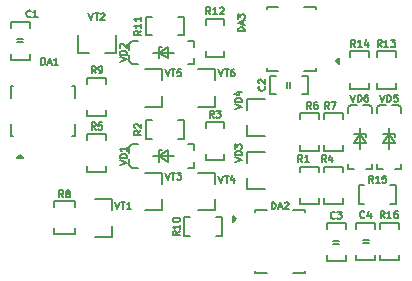
<source format=gbr>
%TF.GenerationSoftware,KiCad,Pcbnew,(6.0.7)*%
%TF.CreationDate,2023-04-11T10:27:19+03:00*%
%TF.ProjectId,ITR-3,4954522d-332e-46b6-9963-61645f706362,rev?*%
%TF.SameCoordinates,Original*%
%TF.FileFunction,Legend,Top*%
%TF.FilePolarity,Positive*%
%FSLAX46Y46*%
G04 Gerber Fmt 4.6, Leading zero omitted, Abs format (unit mm)*
G04 Created by KiCad (PCBNEW (6.0.7)) date 2023-04-11 10:27:19*
%MOMM*%
%LPD*%
G01*
G04 APERTURE LIST*
%ADD10C,0.150000*%
G04 APERTURE END LIST*
D10*
%TO.C,VD4*%
X71921428Y-84535714D02*
X72521428Y-84335714D01*
X71921428Y-84135714D01*
X72521428Y-83935714D02*
X71921428Y-83935714D01*
X71921428Y-83792857D01*
X71950000Y-83707142D01*
X72007142Y-83650000D01*
X72064285Y-83621428D01*
X72178571Y-83592857D01*
X72264285Y-83592857D01*
X72378571Y-83621428D01*
X72435714Y-83650000D01*
X72492857Y-83707142D01*
X72521428Y-83792857D01*
X72521428Y-83935714D01*
X72121428Y-83078571D02*
X72521428Y-83078571D01*
X71892857Y-83221428D02*
X72321428Y-83364285D01*
X72321428Y-82992857D01*
%TO.C,VD3*%
X71921428Y-89035714D02*
X72521428Y-88835714D01*
X71921428Y-88635714D01*
X72521428Y-88435714D02*
X71921428Y-88435714D01*
X71921428Y-88292857D01*
X71950000Y-88207142D01*
X72007142Y-88150000D01*
X72064285Y-88121428D01*
X72178571Y-88092857D01*
X72264285Y-88092857D01*
X72378571Y-88121428D01*
X72435714Y-88150000D01*
X72492857Y-88207142D01*
X72521428Y-88292857D01*
X72521428Y-88435714D01*
X71921428Y-87892857D02*
X71921428Y-87521428D01*
X72150000Y-87721428D01*
X72150000Y-87635714D01*
X72178571Y-87578571D01*
X72207142Y-87550000D01*
X72264285Y-87521428D01*
X72407142Y-87521428D01*
X72464285Y-87550000D01*
X72492857Y-87578571D01*
X72521428Y-87635714D01*
X72521428Y-87807142D01*
X72492857Y-87864285D01*
X72464285Y-87892857D01*
%TO.C,R15*%
X83614285Y-90771428D02*
X83414285Y-90485714D01*
X83271428Y-90771428D02*
X83271428Y-90171428D01*
X83500000Y-90171428D01*
X83557142Y-90200000D01*
X83585714Y-90228571D01*
X83614285Y-90285714D01*
X83614285Y-90371428D01*
X83585714Y-90428571D01*
X83557142Y-90457142D01*
X83500000Y-90485714D01*
X83271428Y-90485714D01*
X84185714Y-90771428D02*
X83842857Y-90771428D01*
X84014285Y-90771428D02*
X84014285Y-90171428D01*
X83957142Y-90257142D01*
X83900000Y-90314285D01*
X83842857Y-90342857D01*
X84728571Y-90171428D02*
X84442857Y-90171428D01*
X84414285Y-90457142D01*
X84442857Y-90428571D01*
X84500000Y-90400000D01*
X84642857Y-90400000D01*
X84700000Y-90428571D01*
X84728571Y-90457142D01*
X84757142Y-90514285D01*
X84757142Y-90657142D01*
X84728571Y-90714285D01*
X84700000Y-90742857D01*
X84642857Y-90771428D01*
X84500000Y-90771428D01*
X84442857Y-90742857D01*
X84414285Y-90714285D01*
%TO.C,R13*%
X84364285Y-79271428D02*
X84164285Y-78985714D01*
X84021428Y-79271428D02*
X84021428Y-78671428D01*
X84250000Y-78671428D01*
X84307142Y-78700000D01*
X84335714Y-78728571D01*
X84364285Y-78785714D01*
X84364285Y-78871428D01*
X84335714Y-78928571D01*
X84307142Y-78957142D01*
X84250000Y-78985714D01*
X84021428Y-78985714D01*
X84935714Y-79271428D02*
X84592857Y-79271428D01*
X84764285Y-79271428D02*
X84764285Y-78671428D01*
X84707142Y-78757142D01*
X84650000Y-78814285D01*
X84592857Y-78842857D01*
X85135714Y-78671428D02*
X85507142Y-78671428D01*
X85307142Y-78900000D01*
X85392857Y-78900000D01*
X85450000Y-78928571D01*
X85478571Y-78957142D01*
X85507142Y-79014285D01*
X85507142Y-79157142D01*
X85478571Y-79214285D01*
X85450000Y-79242857D01*
X85392857Y-79271428D01*
X85221428Y-79271428D01*
X85164285Y-79242857D01*
X85135714Y-79214285D01*
%TO.C,VT3*%
X66035714Y-89921428D02*
X66235714Y-90521428D01*
X66435714Y-89921428D01*
X66550000Y-89921428D02*
X66892857Y-89921428D01*
X66721428Y-90521428D02*
X66721428Y-89921428D01*
X67035714Y-89921428D02*
X67407142Y-89921428D01*
X67207142Y-90150000D01*
X67292857Y-90150000D01*
X67350000Y-90178571D01*
X67378571Y-90207142D01*
X67407142Y-90264285D01*
X67407142Y-90407142D01*
X67378571Y-90464285D01*
X67350000Y-90492857D01*
X67292857Y-90521428D01*
X67121428Y-90521428D01*
X67064285Y-90492857D01*
X67035714Y-90464285D01*
%TO.C,C2*%
X74464285Y-82600000D02*
X74492857Y-82628571D01*
X74521428Y-82714285D01*
X74521428Y-82771428D01*
X74492857Y-82857142D01*
X74435714Y-82914285D01*
X74378571Y-82942857D01*
X74264285Y-82971428D01*
X74178571Y-82971428D01*
X74064285Y-82942857D01*
X74007142Y-82914285D01*
X73950000Y-82857142D01*
X73921428Y-82771428D01*
X73921428Y-82714285D01*
X73950000Y-82628571D01*
X73978571Y-82600000D01*
X73978571Y-82371428D02*
X73950000Y-82342857D01*
X73921428Y-82285714D01*
X73921428Y-82142857D01*
X73950000Y-82085714D01*
X73978571Y-82057142D01*
X74035714Y-82028571D01*
X74092857Y-82028571D01*
X74178571Y-82057142D01*
X74521428Y-82400000D01*
X74521428Y-82028571D01*
%TO.C,R2*%
X64021428Y-86350000D02*
X63735714Y-86550000D01*
X64021428Y-86692857D02*
X63421428Y-86692857D01*
X63421428Y-86464285D01*
X63450000Y-86407142D01*
X63478571Y-86378571D01*
X63535714Y-86350000D01*
X63621428Y-86350000D01*
X63678571Y-86378571D01*
X63707142Y-86407142D01*
X63735714Y-86464285D01*
X63735714Y-86692857D01*
X63478571Y-86121428D02*
X63450000Y-86092857D01*
X63421428Y-86035714D01*
X63421428Y-85892857D01*
X63450000Y-85835714D01*
X63478571Y-85807142D01*
X63535714Y-85778571D01*
X63592857Y-85778571D01*
X63678571Y-85807142D01*
X64021428Y-86150000D01*
X64021428Y-85778571D01*
%TO.C,VD1*%
X62171428Y-89285714D02*
X62771428Y-89085714D01*
X62171428Y-88885714D01*
X62771428Y-88685714D02*
X62171428Y-88685714D01*
X62171428Y-88542857D01*
X62200000Y-88457142D01*
X62257142Y-88400000D01*
X62314285Y-88371428D01*
X62428571Y-88342857D01*
X62514285Y-88342857D01*
X62628571Y-88371428D01*
X62685714Y-88400000D01*
X62742857Y-88457142D01*
X62771428Y-88542857D01*
X62771428Y-88685714D01*
X62771428Y-87771428D02*
X62771428Y-88114285D01*
X62771428Y-87942857D02*
X62171428Y-87942857D01*
X62257142Y-88000000D01*
X62314285Y-88057142D01*
X62342857Y-88114285D01*
%TO.C,VT6*%
X70535714Y-81171428D02*
X70735714Y-81771428D01*
X70935714Y-81171428D01*
X71050000Y-81171428D02*
X71392857Y-81171428D01*
X71221428Y-81771428D02*
X71221428Y-81171428D01*
X71850000Y-81171428D02*
X71735714Y-81171428D01*
X71678571Y-81200000D01*
X71650000Y-81228571D01*
X71592857Y-81314285D01*
X71564285Y-81428571D01*
X71564285Y-81657142D01*
X71592857Y-81714285D01*
X71621428Y-81742857D01*
X71678571Y-81771428D01*
X71792857Y-81771428D01*
X71850000Y-81742857D01*
X71878571Y-81714285D01*
X71907142Y-81657142D01*
X71907142Y-81514285D01*
X71878571Y-81457142D01*
X71850000Y-81428571D01*
X71792857Y-81400000D01*
X71678571Y-81400000D01*
X71621428Y-81428571D01*
X71592857Y-81457142D01*
X71564285Y-81514285D01*
%TO.C,R1*%
X77650000Y-89021428D02*
X77450000Y-88735714D01*
X77307142Y-89021428D02*
X77307142Y-88421428D01*
X77535714Y-88421428D01*
X77592857Y-88450000D01*
X77621428Y-88478571D01*
X77650000Y-88535714D01*
X77650000Y-88621428D01*
X77621428Y-88678571D01*
X77592857Y-88707142D01*
X77535714Y-88735714D01*
X77307142Y-88735714D01*
X78221428Y-89021428D02*
X77878571Y-89021428D01*
X78050000Y-89021428D02*
X78050000Y-88421428D01*
X77992857Y-88507142D01*
X77935714Y-88564285D01*
X77878571Y-88592857D01*
%TO.C,R8*%
X57400000Y-92021428D02*
X57200000Y-91735714D01*
X57057142Y-92021428D02*
X57057142Y-91421428D01*
X57285714Y-91421428D01*
X57342857Y-91450000D01*
X57371428Y-91478571D01*
X57400000Y-91535714D01*
X57400000Y-91621428D01*
X57371428Y-91678571D01*
X57342857Y-91707142D01*
X57285714Y-91735714D01*
X57057142Y-91735714D01*
X57742857Y-91678571D02*
X57685714Y-91650000D01*
X57657142Y-91621428D01*
X57628571Y-91564285D01*
X57628571Y-91535714D01*
X57657142Y-91478571D01*
X57685714Y-91450000D01*
X57742857Y-91421428D01*
X57857142Y-91421428D01*
X57914285Y-91450000D01*
X57942857Y-91478571D01*
X57971428Y-91535714D01*
X57971428Y-91564285D01*
X57942857Y-91621428D01*
X57914285Y-91650000D01*
X57857142Y-91678571D01*
X57742857Y-91678571D01*
X57685714Y-91707142D01*
X57657142Y-91735714D01*
X57628571Y-91792857D01*
X57628571Y-91907142D01*
X57657142Y-91964285D01*
X57685714Y-91992857D01*
X57742857Y-92021428D01*
X57857142Y-92021428D01*
X57914285Y-91992857D01*
X57942857Y-91964285D01*
X57971428Y-91907142D01*
X57971428Y-91792857D01*
X57942857Y-91735714D01*
X57914285Y-91707142D01*
X57857142Y-91678571D01*
%TO.C,R16*%
X84614285Y-93771428D02*
X84414285Y-93485714D01*
X84271428Y-93771428D02*
X84271428Y-93171428D01*
X84500000Y-93171428D01*
X84557142Y-93200000D01*
X84585714Y-93228571D01*
X84614285Y-93285714D01*
X84614285Y-93371428D01*
X84585714Y-93428571D01*
X84557142Y-93457142D01*
X84500000Y-93485714D01*
X84271428Y-93485714D01*
X85185714Y-93771428D02*
X84842857Y-93771428D01*
X85014285Y-93771428D02*
X85014285Y-93171428D01*
X84957142Y-93257142D01*
X84900000Y-93314285D01*
X84842857Y-93342857D01*
X85700000Y-93171428D02*
X85585714Y-93171428D01*
X85528571Y-93200000D01*
X85500000Y-93228571D01*
X85442857Y-93314285D01*
X85414285Y-93428571D01*
X85414285Y-93657142D01*
X85442857Y-93714285D01*
X85471428Y-93742857D01*
X85528571Y-93771428D01*
X85642857Y-93771428D01*
X85700000Y-93742857D01*
X85728571Y-93714285D01*
X85757142Y-93657142D01*
X85757142Y-93514285D01*
X85728571Y-93457142D01*
X85700000Y-93428571D01*
X85642857Y-93400000D01*
X85528571Y-93400000D01*
X85471428Y-93428571D01*
X85442857Y-93457142D01*
X85414285Y-93514285D01*
%TO.C,DA3*%
X72771428Y-77950000D02*
X72171428Y-77950000D01*
X72171428Y-77807142D01*
X72200000Y-77721428D01*
X72257142Y-77664285D01*
X72314285Y-77635714D01*
X72428571Y-77607142D01*
X72514285Y-77607142D01*
X72628571Y-77635714D01*
X72685714Y-77664285D01*
X72742857Y-77721428D01*
X72771428Y-77807142D01*
X72771428Y-77950000D01*
X72600000Y-77378571D02*
X72600000Y-77092857D01*
X72771428Y-77435714D02*
X72171428Y-77235714D01*
X72771428Y-77035714D01*
X72171428Y-76892857D02*
X72171428Y-76521428D01*
X72400000Y-76721428D01*
X72400000Y-76635714D01*
X72428571Y-76578571D01*
X72457142Y-76550000D01*
X72514285Y-76521428D01*
X72657142Y-76521428D01*
X72714285Y-76550000D01*
X72742857Y-76578571D01*
X72771428Y-76635714D01*
X72771428Y-76807142D01*
X72742857Y-76864285D01*
X72714285Y-76892857D01*
%TO.C,VT5*%
X66035714Y-81171428D02*
X66235714Y-81771428D01*
X66435714Y-81171428D01*
X66550000Y-81171428D02*
X66892857Y-81171428D01*
X66721428Y-81771428D02*
X66721428Y-81171428D01*
X67378571Y-81171428D02*
X67092857Y-81171428D01*
X67064285Y-81457142D01*
X67092857Y-81428571D01*
X67150000Y-81400000D01*
X67292857Y-81400000D01*
X67350000Y-81428571D01*
X67378571Y-81457142D01*
X67407142Y-81514285D01*
X67407142Y-81657142D01*
X67378571Y-81714285D01*
X67350000Y-81742857D01*
X67292857Y-81771428D01*
X67150000Y-81771428D01*
X67092857Y-81742857D01*
X67064285Y-81714285D01*
%TO.C,R9*%
X60150000Y-81521428D02*
X59950000Y-81235714D01*
X59807142Y-81521428D02*
X59807142Y-80921428D01*
X60035714Y-80921428D01*
X60092857Y-80950000D01*
X60121428Y-80978571D01*
X60150000Y-81035714D01*
X60150000Y-81121428D01*
X60121428Y-81178571D01*
X60092857Y-81207142D01*
X60035714Y-81235714D01*
X59807142Y-81235714D01*
X60435714Y-81521428D02*
X60550000Y-81521428D01*
X60607142Y-81492857D01*
X60635714Y-81464285D01*
X60692857Y-81378571D01*
X60721428Y-81264285D01*
X60721428Y-81035714D01*
X60692857Y-80978571D01*
X60664285Y-80950000D01*
X60607142Y-80921428D01*
X60492857Y-80921428D01*
X60435714Y-80950000D01*
X60407142Y-80978571D01*
X60378571Y-81035714D01*
X60378571Y-81178571D01*
X60407142Y-81235714D01*
X60435714Y-81264285D01*
X60492857Y-81292857D01*
X60607142Y-81292857D01*
X60664285Y-81264285D01*
X60692857Y-81235714D01*
X60721428Y-81178571D01*
%TO.C,VT2*%
X59535714Y-76421428D02*
X59735714Y-77021428D01*
X59935714Y-76421428D01*
X60050000Y-76421428D02*
X60392857Y-76421428D01*
X60221428Y-77021428D02*
X60221428Y-76421428D01*
X60564285Y-76478571D02*
X60592857Y-76450000D01*
X60650000Y-76421428D01*
X60792857Y-76421428D01*
X60850000Y-76450000D01*
X60878571Y-76478571D01*
X60907142Y-76535714D01*
X60907142Y-76592857D01*
X60878571Y-76678571D01*
X60535714Y-77021428D01*
X60907142Y-77021428D01*
%TO.C,DA1*%
X55550000Y-80771428D02*
X55550000Y-80171428D01*
X55692857Y-80171428D01*
X55778571Y-80200000D01*
X55835714Y-80257142D01*
X55864285Y-80314285D01*
X55892857Y-80428571D01*
X55892857Y-80514285D01*
X55864285Y-80628571D01*
X55835714Y-80685714D01*
X55778571Y-80742857D01*
X55692857Y-80771428D01*
X55550000Y-80771428D01*
X56121428Y-80600000D02*
X56407142Y-80600000D01*
X56064285Y-80771428D02*
X56264285Y-80171428D01*
X56464285Y-80771428D01*
X56978571Y-80771428D02*
X56635714Y-80771428D01*
X56807142Y-80771428D02*
X56807142Y-80171428D01*
X56750000Y-80257142D01*
X56692857Y-80314285D01*
X56635714Y-80342857D01*
%TO.C,VD2*%
X62171428Y-80535714D02*
X62771428Y-80335714D01*
X62171428Y-80135714D01*
X62771428Y-79935714D02*
X62171428Y-79935714D01*
X62171428Y-79792857D01*
X62200000Y-79707142D01*
X62257142Y-79650000D01*
X62314285Y-79621428D01*
X62428571Y-79592857D01*
X62514285Y-79592857D01*
X62628571Y-79621428D01*
X62685714Y-79650000D01*
X62742857Y-79707142D01*
X62771428Y-79792857D01*
X62771428Y-79935714D01*
X62228571Y-79364285D02*
X62200000Y-79335714D01*
X62171428Y-79278571D01*
X62171428Y-79135714D01*
X62200000Y-79078571D01*
X62228571Y-79050000D01*
X62285714Y-79021428D01*
X62342857Y-79021428D01*
X62428571Y-79050000D01*
X62771428Y-79392857D01*
X62771428Y-79021428D01*
%TO.C,C1*%
X54650000Y-76714285D02*
X54621428Y-76742857D01*
X54535714Y-76771428D01*
X54478571Y-76771428D01*
X54392857Y-76742857D01*
X54335714Y-76685714D01*
X54307142Y-76628571D01*
X54278571Y-76514285D01*
X54278571Y-76428571D01*
X54307142Y-76314285D01*
X54335714Y-76257142D01*
X54392857Y-76200000D01*
X54478571Y-76171428D01*
X54535714Y-76171428D01*
X54621428Y-76200000D01*
X54650000Y-76228571D01*
X55221428Y-76771428D02*
X54878571Y-76771428D01*
X55050000Y-76771428D02*
X55050000Y-76171428D01*
X54992857Y-76257142D01*
X54935714Y-76314285D01*
X54878571Y-76342857D01*
%TO.C,VD6*%
X81714285Y-83321428D02*
X81914285Y-83921428D01*
X82114285Y-83321428D01*
X82314285Y-83921428D02*
X82314285Y-83321428D01*
X82457142Y-83321428D01*
X82542857Y-83350000D01*
X82600000Y-83407142D01*
X82628571Y-83464285D01*
X82657142Y-83578571D01*
X82657142Y-83664285D01*
X82628571Y-83778571D01*
X82600000Y-83835714D01*
X82542857Y-83892857D01*
X82457142Y-83921428D01*
X82314285Y-83921428D01*
X83171428Y-83321428D02*
X83057142Y-83321428D01*
X83000000Y-83350000D01*
X82971428Y-83378571D01*
X82914285Y-83464285D01*
X82885714Y-83578571D01*
X82885714Y-83807142D01*
X82914285Y-83864285D01*
X82942857Y-83892857D01*
X83000000Y-83921428D01*
X83114285Y-83921428D01*
X83171428Y-83892857D01*
X83200000Y-83864285D01*
X83228571Y-83807142D01*
X83228571Y-83664285D01*
X83200000Y-83607142D01*
X83171428Y-83578571D01*
X83114285Y-83550000D01*
X83000000Y-83550000D01*
X82942857Y-83578571D01*
X82914285Y-83607142D01*
X82885714Y-83664285D01*
%TO.C,R10*%
X67271428Y-94885714D02*
X66985714Y-95085714D01*
X67271428Y-95228571D02*
X66671428Y-95228571D01*
X66671428Y-95000000D01*
X66700000Y-94942857D01*
X66728571Y-94914285D01*
X66785714Y-94885714D01*
X66871428Y-94885714D01*
X66928571Y-94914285D01*
X66957142Y-94942857D01*
X66985714Y-95000000D01*
X66985714Y-95228571D01*
X67271428Y-94314285D02*
X67271428Y-94657142D01*
X67271428Y-94485714D02*
X66671428Y-94485714D01*
X66757142Y-94542857D01*
X66814285Y-94600000D01*
X66842857Y-94657142D01*
X66671428Y-93942857D02*
X66671428Y-93885714D01*
X66700000Y-93828571D01*
X66728571Y-93800000D01*
X66785714Y-93771428D01*
X66900000Y-93742857D01*
X67042857Y-93742857D01*
X67157142Y-93771428D01*
X67214285Y-93800000D01*
X67242857Y-93828571D01*
X67271428Y-93885714D01*
X67271428Y-93942857D01*
X67242857Y-94000000D01*
X67214285Y-94028571D01*
X67157142Y-94057142D01*
X67042857Y-94085714D01*
X66900000Y-94085714D01*
X66785714Y-94057142D01*
X66728571Y-94028571D01*
X66700000Y-94000000D01*
X66671428Y-93942857D01*
%TO.C,R3*%
X70150000Y-85271428D02*
X69950000Y-84985714D01*
X69807142Y-85271428D02*
X69807142Y-84671428D01*
X70035714Y-84671428D01*
X70092857Y-84700000D01*
X70121428Y-84728571D01*
X70150000Y-84785714D01*
X70150000Y-84871428D01*
X70121428Y-84928571D01*
X70092857Y-84957142D01*
X70035714Y-84985714D01*
X69807142Y-84985714D01*
X70350000Y-84671428D02*
X70721428Y-84671428D01*
X70521428Y-84900000D01*
X70607142Y-84900000D01*
X70664285Y-84928571D01*
X70692857Y-84957142D01*
X70721428Y-85014285D01*
X70721428Y-85157142D01*
X70692857Y-85214285D01*
X70664285Y-85242857D01*
X70607142Y-85271428D01*
X70435714Y-85271428D01*
X70378571Y-85242857D01*
X70350000Y-85214285D01*
%TO.C,R4*%
X79650000Y-89021428D02*
X79450000Y-88735714D01*
X79307142Y-89021428D02*
X79307142Y-88421428D01*
X79535714Y-88421428D01*
X79592857Y-88450000D01*
X79621428Y-88478571D01*
X79650000Y-88535714D01*
X79650000Y-88621428D01*
X79621428Y-88678571D01*
X79592857Y-88707142D01*
X79535714Y-88735714D01*
X79307142Y-88735714D01*
X80164285Y-88621428D02*
X80164285Y-89021428D01*
X80021428Y-88392857D02*
X79878571Y-88821428D01*
X80250000Y-88821428D01*
%TO.C,VD5*%
X84214285Y-83321428D02*
X84414285Y-83921428D01*
X84614285Y-83321428D01*
X84814285Y-83921428D02*
X84814285Y-83321428D01*
X84957142Y-83321428D01*
X85042857Y-83350000D01*
X85100000Y-83407142D01*
X85128571Y-83464285D01*
X85157142Y-83578571D01*
X85157142Y-83664285D01*
X85128571Y-83778571D01*
X85100000Y-83835714D01*
X85042857Y-83892857D01*
X84957142Y-83921428D01*
X84814285Y-83921428D01*
X85700000Y-83321428D02*
X85414285Y-83321428D01*
X85385714Y-83607142D01*
X85414285Y-83578571D01*
X85471428Y-83550000D01*
X85614285Y-83550000D01*
X85671428Y-83578571D01*
X85700000Y-83607142D01*
X85728571Y-83664285D01*
X85728571Y-83807142D01*
X85700000Y-83864285D01*
X85671428Y-83892857D01*
X85614285Y-83921428D01*
X85471428Y-83921428D01*
X85414285Y-83892857D01*
X85385714Y-83864285D01*
%TO.C,VT1*%
X61785714Y-92421428D02*
X61985714Y-93021428D01*
X62185714Y-92421428D01*
X62300000Y-92421428D02*
X62642857Y-92421428D01*
X62471428Y-93021428D02*
X62471428Y-92421428D01*
X63157142Y-93021428D02*
X62814285Y-93021428D01*
X62985714Y-93021428D02*
X62985714Y-92421428D01*
X62928571Y-92507142D01*
X62871428Y-92564285D01*
X62814285Y-92592857D01*
%TO.C,R7*%
X79900000Y-84521428D02*
X79700000Y-84235714D01*
X79557142Y-84521428D02*
X79557142Y-83921428D01*
X79785714Y-83921428D01*
X79842857Y-83950000D01*
X79871428Y-83978571D01*
X79900000Y-84035714D01*
X79900000Y-84121428D01*
X79871428Y-84178571D01*
X79842857Y-84207142D01*
X79785714Y-84235714D01*
X79557142Y-84235714D01*
X80100000Y-83921428D02*
X80500000Y-83921428D01*
X80242857Y-84521428D01*
%TO.C,C3*%
X80400000Y-93764285D02*
X80371428Y-93792857D01*
X80285714Y-93821428D01*
X80228571Y-93821428D01*
X80142857Y-93792857D01*
X80085714Y-93735714D01*
X80057142Y-93678571D01*
X80028571Y-93564285D01*
X80028571Y-93478571D01*
X80057142Y-93364285D01*
X80085714Y-93307142D01*
X80142857Y-93250000D01*
X80228571Y-93221428D01*
X80285714Y-93221428D01*
X80371428Y-93250000D01*
X80400000Y-93278571D01*
X80600000Y-93221428D02*
X80971428Y-93221428D01*
X80771428Y-93450000D01*
X80857142Y-93450000D01*
X80914285Y-93478571D01*
X80942857Y-93507142D01*
X80971428Y-93564285D01*
X80971428Y-93707142D01*
X80942857Y-93764285D01*
X80914285Y-93792857D01*
X80857142Y-93821428D01*
X80685714Y-93821428D01*
X80628571Y-93792857D01*
X80600000Y-93764285D01*
%TO.C,R12*%
X69864285Y-76521428D02*
X69664285Y-76235714D01*
X69521428Y-76521428D02*
X69521428Y-75921428D01*
X69750000Y-75921428D01*
X69807142Y-75950000D01*
X69835714Y-75978571D01*
X69864285Y-76035714D01*
X69864285Y-76121428D01*
X69835714Y-76178571D01*
X69807142Y-76207142D01*
X69750000Y-76235714D01*
X69521428Y-76235714D01*
X70435714Y-76521428D02*
X70092857Y-76521428D01*
X70264285Y-76521428D02*
X70264285Y-75921428D01*
X70207142Y-76007142D01*
X70150000Y-76064285D01*
X70092857Y-76092857D01*
X70664285Y-75978571D02*
X70692857Y-75950000D01*
X70750000Y-75921428D01*
X70892857Y-75921428D01*
X70950000Y-75950000D01*
X70978571Y-75978571D01*
X71007142Y-76035714D01*
X71007142Y-76092857D01*
X70978571Y-76178571D01*
X70635714Y-76521428D01*
X71007142Y-76521428D01*
%TO.C,R11*%
X64021428Y-77885714D02*
X63735714Y-78085714D01*
X64021428Y-78228571D02*
X63421428Y-78228571D01*
X63421428Y-78000000D01*
X63450000Y-77942857D01*
X63478571Y-77914285D01*
X63535714Y-77885714D01*
X63621428Y-77885714D01*
X63678571Y-77914285D01*
X63707142Y-77942857D01*
X63735714Y-78000000D01*
X63735714Y-78228571D01*
X64021428Y-77314285D02*
X64021428Y-77657142D01*
X64021428Y-77485714D02*
X63421428Y-77485714D01*
X63507142Y-77542857D01*
X63564285Y-77600000D01*
X63592857Y-77657142D01*
X64021428Y-76742857D02*
X64021428Y-77085714D01*
X64021428Y-76914285D02*
X63421428Y-76914285D01*
X63507142Y-76971428D01*
X63564285Y-77028571D01*
X63592857Y-77085714D01*
%TO.C,VT4*%
X70535714Y-90171428D02*
X70735714Y-90771428D01*
X70935714Y-90171428D01*
X71050000Y-90171428D02*
X71392857Y-90171428D01*
X71221428Y-90771428D02*
X71221428Y-90171428D01*
X71850000Y-90371428D02*
X71850000Y-90771428D01*
X71707142Y-90142857D02*
X71564285Y-90571428D01*
X71935714Y-90571428D01*
%TO.C,DA2*%
X75050000Y-93021428D02*
X75050000Y-92421428D01*
X75192857Y-92421428D01*
X75278571Y-92450000D01*
X75335714Y-92507142D01*
X75364285Y-92564285D01*
X75392857Y-92678571D01*
X75392857Y-92764285D01*
X75364285Y-92878571D01*
X75335714Y-92935714D01*
X75278571Y-92992857D01*
X75192857Y-93021428D01*
X75050000Y-93021428D01*
X75621428Y-92850000D02*
X75907142Y-92850000D01*
X75564285Y-93021428D02*
X75764285Y-92421428D01*
X75964285Y-93021428D01*
X76135714Y-92478571D02*
X76164285Y-92450000D01*
X76221428Y-92421428D01*
X76364285Y-92421428D01*
X76421428Y-92450000D01*
X76450000Y-92478571D01*
X76478571Y-92535714D01*
X76478571Y-92592857D01*
X76450000Y-92678571D01*
X76107142Y-93021428D01*
X76478571Y-93021428D01*
%TO.C,R14*%
X82114285Y-79271428D02*
X81914285Y-78985714D01*
X81771428Y-79271428D02*
X81771428Y-78671428D01*
X82000000Y-78671428D01*
X82057142Y-78700000D01*
X82085714Y-78728571D01*
X82114285Y-78785714D01*
X82114285Y-78871428D01*
X82085714Y-78928571D01*
X82057142Y-78957142D01*
X82000000Y-78985714D01*
X81771428Y-78985714D01*
X82685714Y-79271428D02*
X82342857Y-79271428D01*
X82514285Y-79271428D02*
X82514285Y-78671428D01*
X82457142Y-78757142D01*
X82400000Y-78814285D01*
X82342857Y-78842857D01*
X83200000Y-78871428D02*
X83200000Y-79271428D01*
X83057142Y-78642857D02*
X82914285Y-79071428D01*
X83285714Y-79071428D01*
%TO.C,R5*%
X60150000Y-86271428D02*
X59950000Y-85985714D01*
X59807142Y-86271428D02*
X59807142Y-85671428D01*
X60035714Y-85671428D01*
X60092857Y-85700000D01*
X60121428Y-85728571D01*
X60150000Y-85785714D01*
X60150000Y-85871428D01*
X60121428Y-85928571D01*
X60092857Y-85957142D01*
X60035714Y-85985714D01*
X59807142Y-85985714D01*
X60692857Y-85671428D02*
X60407142Y-85671428D01*
X60378571Y-85957142D01*
X60407142Y-85928571D01*
X60464285Y-85900000D01*
X60607142Y-85900000D01*
X60664285Y-85928571D01*
X60692857Y-85957142D01*
X60721428Y-86014285D01*
X60721428Y-86157142D01*
X60692857Y-86214285D01*
X60664285Y-86242857D01*
X60607142Y-86271428D01*
X60464285Y-86271428D01*
X60407142Y-86242857D01*
X60378571Y-86214285D01*
%TO.C,C4*%
X82900000Y-93714285D02*
X82871428Y-93742857D01*
X82785714Y-93771428D01*
X82728571Y-93771428D01*
X82642857Y-93742857D01*
X82585714Y-93685714D01*
X82557142Y-93628571D01*
X82528571Y-93514285D01*
X82528571Y-93428571D01*
X82557142Y-93314285D01*
X82585714Y-93257142D01*
X82642857Y-93200000D01*
X82728571Y-93171428D01*
X82785714Y-93171428D01*
X82871428Y-93200000D01*
X82900000Y-93228571D01*
X83414285Y-93371428D02*
X83414285Y-93771428D01*
X83271428Y-93142857D02*
X83128571Y-93571428D01*
X83500000Y-93571428D01*
%TO.C,R6*%
X78400000Y-84521428D02*
X78200000Y-84235714D01*
X78057142Y-84521428D02*
X78057142Y-83921428D01*
X78285714Y-83921428D01*
X78342857Y-83950000D01*
X78371428Y-83978571D01*
X78400000Y-84035714D01*
X78400000Y-84121428D01*
X78371428Y-84178571D01*
X78342857Y-84207142D01*
X78285714Y-84235714D01*
X78057142Y-84235714D01*
X78914285Y-83921428D02*
X78800000Y-83921428D01*
X78742857Y-83950000D01*
X78714285Y-83978571D01*
X78657142Y-84064285D01*
X78628571Y-84178571D01*
X78628571Y-84407142D01*
X78657142Y-84464285D01*
X78685714Y-84492857D01*
X78742857Y-84521428D01*
X78857142Y-84521428D01*
X78914285Y-84492857D01*
X78942857Y-84464285D01*
X78971428Y-84407142D01*
X78971428Y-84264285D01*
X78942857Y-84207142D01*
X78914285Y-84178571D01*
X78857142Y-84150000D01*
X78742857Y-84150000D01*
X78685714Y-84178571D01*
X78657142Y-84207142D01*
X78628571Y-84264285D01*
%TO.C,VD4*%
X72990000Y-86830000D02*
X74450000Y-86830000D01*
X72990000Y-83670000D02*
X74450000Y-83670000D01*
X72990000Y-86830000D02*
X72990000Y-85900000D01*
X72990000Y-83670000D02*
X72990000Y-84600000D01*
%TO.C,VD3*%
X72990000Y-91330000D02*
X74450000Y-91330000D01*
X72990000Y-88170000D02*
X74450000Y-88170000D01*
X72990000Y-91330000D02*
X72990000Y-90400000D01*
X72990000Y-88170000D02*
X72990000Y-89100000D01*
%TO.C,R15*%
X82400000Y-92550000D02*
X82400000Y-90950000D01*
X82400000Y-92550000D02*
X82900000Y-92550000D01*
X85600000Y-90950000D02*
X85100000Y-90950000D01*
X85600000Y-92550000D02*
X85100000Y-92550000D01*
X85600000Y-92550000D02*
X85600000Y-90950000D01*
X82400000Y-90950000D02*
X82900000Y-90950000D01*
%TO.C,R13*%
X83950000Y-79650000D02*
X83950000Y-80150000D01*
X83950000Y-79650000D02*
X85550000Y-79650000D01*
X83950000Y-82850000D02*
X85550000Y-82850000D01*
X83950000Y-82850000D02*
X83950000Y-82350000D01*
X85550000Y-79650000D02*
X85550000Y-80150000D01*
X85550000Y-82850000D02*
X85550000Y-82350000D01*
%TO.C,VT3*%
X65760000Y-93080000D02*
X64300000Y-93080000D01*
X65760000Y-93080000D02*
X65760000Y-92150000D01*
X65760000Y-89920000D02*
X64300000Y-89920000D01*
X65760000Y-89920000D02*
X65760000Y-90850000D01*
%TO.C,C2*%
X74900000Y-83300000D02*
X74900000Y-81700000D01*
X74900000Y-81700000D02*
X75400000Y-81700000D01*
X78100000Y-81700000D02*
X77600000Y-81700000D01*
X78100000Y-83300000D02*
X77600000Y-83300000D01*
X74900000Y-83300000D02*
X75400000Y-83300000D01*
X78100000Y-83300000D02*
X78100000Y-81700000D01*
X76375000Y-82750000D02*
X76375000Y-82250000D01*
X76625000Y-82750000D02*
X76625000Y-82250000D01*
%TO.C,R2*%
X64400000Y-85450000D02*
X64400000Y-87050000D01*
X64400000Y-87050000D02*
X64900000Y-87050000D01*
X67600000Y-87050000D02*
X67100000Y-87050000D01*
X67600000Y-85450000D02*
X67600000Y-87050000D01*
X64400000Y-85450000D02*
X64900000Y-85450000D01*
X67600000Y-85450000D02*
X67100000Y-85450000D01*
%TO.C,VD1*%
X66250000Y-88000000D02*
X65500000Y-88500000D01*
X63250000Y-87500000D02*
X63750000Y-87500000D01*
X68000000Y-87500000D02*
X68500000Y-87500000D01*
X68500000Y-89500000D02*
X68000000Y-89500000D01*
X65500000Y-88500000D02*
X66250000Y-89000000D01*
X63250000Y-87500000D02*
X63000000Y-87750000D01*
X66250000Y-89000000D02*
X66250000Y-88000000D01*
X63000000Y-89250000D02*
X63250000Y-89500000D01*
X65500000Y-88000000D02*
X65750000Y-88000000D01*
X65500000Y-89000000D02*
X65500000Y-88000000D01*
X68500000Y-89000000D02*
X68500000Y-89500000D01*
X63000000Y-89250000D02*
X63000000Y-88750000D01*
X63750000Y-89500000D02*
X63250000Y-89500000D01*
X63000000Y-88250000D02*
X63000000Y-87750000D01*
X65000000Y-88500000D02*
X66750000Y-88500000D01*
X68500000Y-88000000D02*
X68500000Y-87500000D01*
%TO.C,VT6*%
X70260000Y-84330000D02*
X70260000Y-83400000D01*
X70260000Y-84330000D02*
X68800000Y-84330000D01*
X70260000Y-81170000D02*
X70260000Y-82100000D01*
X70260000Y-81170000D02*
X68800000Y-81170000D01*
%TO.C,R1*%
X79050000Y-89400000D02*
X79050000Y-89900000D01*
X77450000Y-89400000D02*
X79050000Y-89400000D01*
X77450000Y-92600000D02*
X79050000Y-92600000D01*
X77450000Y-89400000D02*
X77450000Y-89900000D01*
X79050000Y-92600000D02*
X79050000Y-92100000D01*
X77450000Y-92600000D02*
X77450000Y-92100000D01*
%TO.C,R8*%
X58400000Y-92325000D02*
X58400000Y-92825000D01*
X56600000Y-95125000D02*
X56600000Y-94625000D01*
X56600000Y-95125000D02*
X58400000Y-95125000D01*
X56600000Y-92325000D02*
X58400000Y-92325000D01*
X58400000Y-95125000D02*
X58400000Y-94625000D01*
X56600000Y-92325000D02*
X56600000Y-92825000D01*
%TO.C,R16*%
X84200000Y-94150000D02*
X85800000Y-94150000D01*
X85800000Y-94150000D02*
X85800000Y-94650000D01*
X85800000Y-97350000D02*
X85800000Y-96850000D01*
X84200000Y-97350000D02*
X85800000Y-97350000D01*
X84200000Y-94150000D02*
X84200000Y-94650000D01*
X84200000Y-97350000D02*
X84200000Y-96850000D01*
%TO.C,DA3*%
X80731800Y-80734000D02*
X80481800Y-80484000D01*
X74623800Y-81095000D02*
X74623800Y-81295000D01*
X74623800Y-81295000D02*
X75623800Y-81295000D01*
X80481800Y-80484000D02*
X80731800Y-80234000D01*
X78823800Y-76095000D02*
X78823800Y-75895000D01*
X74623800Y-76095000D02*
X74623800Y-75895000D01*
X74623800Y-75895000D02*
X75623800Y-75895000D01*
X80731800Y-80234000D02*
X80731800Y-80734000D01*
X78823800Y-81095000D02*
X78823800Y-81295000D01*
X78823800Y-81295000D02*
X77823800Y-81295000D01*
X78823800Y-75895000D02*
X77823800Y-75895000D01*
%TO.C,VT5*%
X65760000Y-81170000D02*
X65760000Y-82100000D01*
X65760000Y-84330000D02*
X65760000Y-83400000D01*
X65760000Y-81170000D02*
X64300000Y-81170000D01*
X65760000Y-84330000D02*
X64300000Y-84330000D01*
%TO.C,R9*%
X59450000Y-85100000D02*
X59450000Y-84600000D01*
X61050000Y-85100000D02*
X61050000Y-84600000D01*
X59450000Y-85100000D02*
X61050000Y-85100000D01*
X59450000Y-81900000D02*
X61050000Y-81900000D01*
X61050000Y-81900000D02*
X61050000Y-82400000D01*
X59450000Y-81900000D02*
X59450000Y-82400000D01*
%TO.C,VT2*%
X61830000Y-79760000D02*
X60900000Y-79760000D01*
X61830000Y-79760000D02*
X61830000Y-78300000D01*
X58670000Y-79760000D02*
X58670000Y-78300000D01*
X58670000Y-79760000D02*
X59600000Y-79760000D01*
%TO.C,DA1*%
X53155000Y-82606000D02*
X52955000Y-82606000D01*
X52955000Y-86806000D02*
X52955000Y-85806000D01*
X58155000Y-86806000D02*
X58355000Y-86806000D01*
X53766000Y-88464000D02*
X54016000Y-88714000D01*
X53516000Y-88714000D02*
X53766000Y-88464000D01*
X53155000Y-86806000D02*
X52955000Y-86806000D01*
X58355000Y-86806000D02*
X58355000Y-85806000D01*
X52955000Y-82606000D02*
X52955000Y-83606000D01*
X54016000Y-88714000D02*
X53516000Y-88714000D01*
X58355000Y-82606000D02*
X58355000Y-83606000D01*
X58155000Y-82606000D02*
X58355000Y-82606000D01*
%TO.C,VD2*%
X63250000Y-78750000D02*
X63750000Y-78750000D01*
X65500000Y-80250000D02*
X65500000Y-79250000D01*
X68500000Y-80250000D02*
X68500000Y-80750000D01*
X65500000Y-79250000D02*
X65750000Y-79250000D01*
X63250000Y-78750000D02*
X63000000Y-79000000D01*
X63750000Y-80750000D02*
X63250000Y-80750000D01*
X63000000Y-80500000D02*
X63250000Y-80750000D01*
X63000000Y-79500000D02*
X63000000Y-79000000D01*
X68500000Y-79250000D02*
X68500000Y-78750000D01*
X68000000Y-78750000D02*
X68500000Y-78750000D01*
X68500000Y-80750000D02*
X68000000Y-80750000D01*
X65500000Y-79750000D02*
X66250000Y-80250000D01*
X66250000Y-80250000D02*
X66250000Y-79250000D01*
X66250000Y-79250000D02*
X65500000Y-79750000D01*
X63000000Y-80500000D02*
X63000000Y-80000000D01*
X65000000Y-79750000D02*
X66750000Y-79750000D01*
%TO.C,C1*%
X54550000Y-80350000D02*
X52950000Y-80350000D01*
X54550000Y-80350000D02*
X54550000Y-79850000D01*
X54550000Y-77150000D02*
X52950000Y-77150000D01*
X54550000Y-77150000D02*
X54550000Y-77650000D01*
X52950000Y-77150000D02*
X52950000Y-77650000D01*
X52950000Y-80350000D02*
X52950000Y-79850000D01*
X54000000Y-78875000D02*
X53500000Y-78875000D01*
X54000000Y-78625000D02*
X53500000Y-78625000D01*
%TO.C,VD6*%
X82500000Y-86150000D02*
X82500000Y-87900000D01*
X82500000Y-86650000D02*
X82000000Y-87400000D01*
X83500000Y-89150000D02*
X83500000Y-89650000D01*
X82750000Y-84150000D02*
X83250000Y-84150000D01*
X83000000Y-87400000D02*
X82500000Y-86650000D01*
X81500000Y-84900000D02*
X81500000Y-84400000D01*
X81750000Y-84150000D02*
X82250000Y-84150000D01*
X82000000Y-87400000D02*
X83000000Y-87400000D01*
X81750000Y-84150000D02*
X81500000Y-84400000D01*
X83000000Y-86650000D02*
X83000000Y-86900000D01*
X83000000Y-89650000D02*
X83500000Y-89650000D01*
X82000000Y-89650000D02*
X81500000Y-89650000D01*
X83500000Y-84400000D02*
X83250000Y-84150000D01*
X83500000Y-84400000D02*
X83500000Y-84900000D01*
X82000000Y-86650000D02*
X83000000Y-86650000D01*
X81500000Y-89650000D02*
X81500000Y-89150000D01*
%TO.C,R10*%
X70850000Y-95300000D02*
X70850000Y-93700000D01*
X67650000Y-95300000D02*
X67650000Y-93700000D01*
X70850000Y-95300000D02*
X70350000Y-95300000D01*
X67650000Y-95300000D02*
X68150000Y-95300000D01*
X70850000Y-93700000D02*
X70350000Y-93700000D01*
X67650000Y-93700000D02*
X68150000Y-93700000D01*
%TO.C,R3*%
X71050000Y-88850000D02*
X71050000Y-88350000D01*
X69450000Y-85650000D02*
X69450000Y-86150000D01*
X69450000Y-88850000D02*
X69450000Y-88350000D01*
X71050000Y-85650000D02*
X71050000Y-86150000D01*
X69450000Y-88850000D02*
X71050000Y-88850000D01*
X69450000Y-85650000D02*
X71050000Y-85650000D01*
%TO.C,R4*%
X81050000Y-89400000D02*
X81050000Y-89900000D01*
X79450000Y-89400000D02*
X81050000Y-89400000D01*
X79450000Y-92600000D02*
X81050000Y-92600000D01*
X79450000Y-92600000D02*
X79450000Y-92100000D01*
X79450000Y-89400000D02*
X79450000Y-89900000D01*
X81050000Y-92600000D02*
X81050000Y-92100000D01*
%TO.C,VD5*%
X84250000Y-84150000D02*
X84750000Y-84150000D01*
X85000000Y-86150000D02*
X85000000Y-87900000D01*
X84500000Y-89650000D02*
X84000000Y-89650000D01*
X84000000Y-89650000D02*
X84000000Y-89150000D01*
X86000000Y-84400000D02*
X86000000Y-84900000D01*
X84500000Y-87400000D02*
X85500000Y-87400000D01*
X86000000Y-89150000D02*
X86000000Y-89650000D01*
X84500000Y-86650000D02*
X85500000Y-86650000D01*
X86000000Y-84400000D02*
X85750000Y-84150000D01*
X84250000Y-84150000D02*
X84000000Y-84400000D01*
X85500000Y-86650000D02*
X85500000Y-86900000D01*
X85000000Y-86650000D02*
X84500000Y-87400000D01*
X85500000Y-87400000D02*
X85000000Y-86650000D01*
X85250000Y-84150000D02*
X85750000Y-84150000D01*
X84000000Y-84900000D02*
X84000000Y-84400000D01*
X85500000Y-89650000D02*
X86000000Y-89650000D01*
%TO.C,VT1*%
X61510000Y-92170000D02*
X61510000Y-93100000D01*
X61510000Y-95330000D02*
X60050000Y-95330000D01*
X61510000Y-95330000D02*
X61510000Y-94400000D01*
X61510000Y-92170000D02*
X60050000Y-92170000D01*
%TO.C,R7*%
X81050000Y-84900000D02*
X81050000Y-85400000D01*
X79450000Y-88100000D02*
X81050000Y-88100000D01*
X79450000Y-84900000D02*
X79450000Y-85400000D01*
X81050000Y-88100000D02*
X81050000Y-87600000D01*
X79450000Y-88100000D02*
X79450000Y-87600000D01*
X79450000Y-84900000D02*
X81050000Y-84900000D01*
%TO.C,C3*%
X79700000Y-94200000D02*
X79700000Y-94700000D01*
X80250000Y-95925000D02*
X80750000Y-95925000D01*
X81300000Y-94200000D02*
X81300000Y-94700000D01*
X79700000Y-94200000D02*
X81300000Y-94200000D01*
X79700000Y-97400000D02*
X81300000Y-97400000D01*
X80250000Y-95675000D02*
X80750000Y-95675000D01*
X81300000Y-97400000D02*
X81300000Y-96900000D01*
X79700000Y-97400000D02*
X79700000Y-96900000D01*
%TO.C,R12*%
X71050000Y-80100000D02*
X71050000Y-79600000D01*
X71050000Y-80100000D02*
X69450000Y-80100000D01*
X69450000Y-76900000D02*
X69450000Y-77400000D01*
X71050000Y-76900000D02*
X69450000Y-76900000D01*
X71050000Y-76900000D02*
X71050000Y-77400000D01*
X69450000Y-80100000D02*
X69450000Y-79600000D01*
%TO.C,R11*%
X64400000Y-78300000D02*
X64900000Y-78300000D01*
X64400000Y-78300000D02*
X64400000Y-76700000D01*
X64400000Y-76700000D02*
X64900000Y-76700000D01*
X67600000Y-76700000D02*
X67100000Y-76700000D01*
X67600000Y-78300000D02*
X67600000Y-76700000D01*
X67600000Y-78300000D02*
X67100000Y-78300000D01*
%TO.C,VT4*%
X70260000Y-89920000D02*
X70260000Y-90850000D01*
X70260000Y-93080000D02*
X68800000Y-93080000D01*
X70260000Y-93080000D02*
X70260000Y-92150000D01*
X70260000Y-89920000D02*
X68800000Y-89920000D01*
%TO.C,DA2*%
X77876200Y-93250000D02*
X77876200Y-93050000D01*
X71768200Y-94111000D02*
X71768200Y-93611000D01*
X73676200Y-98250000D02*
X73676200Y-98450000D01*
X72018200Y-93861000D02*
X71768200Y-94111000D01*
X77876200Y-98250000D02*
X77876200Y-98450000D01*
X73676200Y-93250000D02*
X73676200Y-93050000D01*
X73676200Y-98450000D02*
X74676200Y-98450000D01*
X71768200Y-93611000D02*
X72018200Y-93861000D01*
X73676200Y-93050000D02*
X74676200Y-93050000D01*
X77876200Y-93050000D02*
X76876200Y-93050000D01*
X77876200Y-98450000D02*
X76876200Y-98450000D01*
%TO.C,R14*%
X81700000Y-82850000D02*
X81700000Y-82350000D01*
X81700000Y-82850000D02*
X83300000Y-82850000D01*
X83300000Y-79650000D02*
X83300000Y-80150000D01*
X81700000Y-79650000D02*
X81700000Y-80150000D01*
X83300000Y-82850000D02*
X83300000Y-82350000D01*
X81700000Y-79650000D02*
X83300000Y-79650000D01*
%TO.C,R5*%
X59450000Y-86650000D02*
X59450000Y-87150000D01*
X59450000Y-86650000D02*
X61050000Y-86650000D01*
X61050000Y-86650000D02*
X61050000Y-87150000D01*
X59450000Y-89850000D02*
X61050000Y-89850000D01*
X61050000Y-89850000D02*
X61050000Y-89350000D01*
X59450000Y-89850000D02*
X59450000Y-89350000D01*
%TO.C,C4*%
X82750000Y-95625000D02*
X83250000Y-95625000D01*
X83800000Y-94150000D02*
X83800000Y-94650000D01*
X83800000Y-97350000D02*
X83800000Y-96850000D01*
X82200000Y-94150000D02*
X83800000Y-94150000D01*
X82200000Y-94150000D02*
X82200000Y-94650000D01*
X82200000Y-97350000D02*
X83800000Y-97350000D01*
X82200000Y-97350000D02*
X82200000Y-96850000D01*
X82750000Y-95875000D02*
X83250000Y-95875000D01*
%TO.C,R6*%
X77450000Y-88100000D02*
X77450000Y-87600000D01*
X79050000Y-84900000D02*
X79050000Y-85400000D01*
X77450000Y-84900000D02*
X79050000Y-84900000D01*
X79050000Y-88100000D02*
X79050000Y-87600000D01*
X77450000Y-84900000D02*
X77450000Y-85400000D01*
X77450000Y-88100000D02*
X79050000Y-88100000D01*
%TD*%
M02*

</source>
